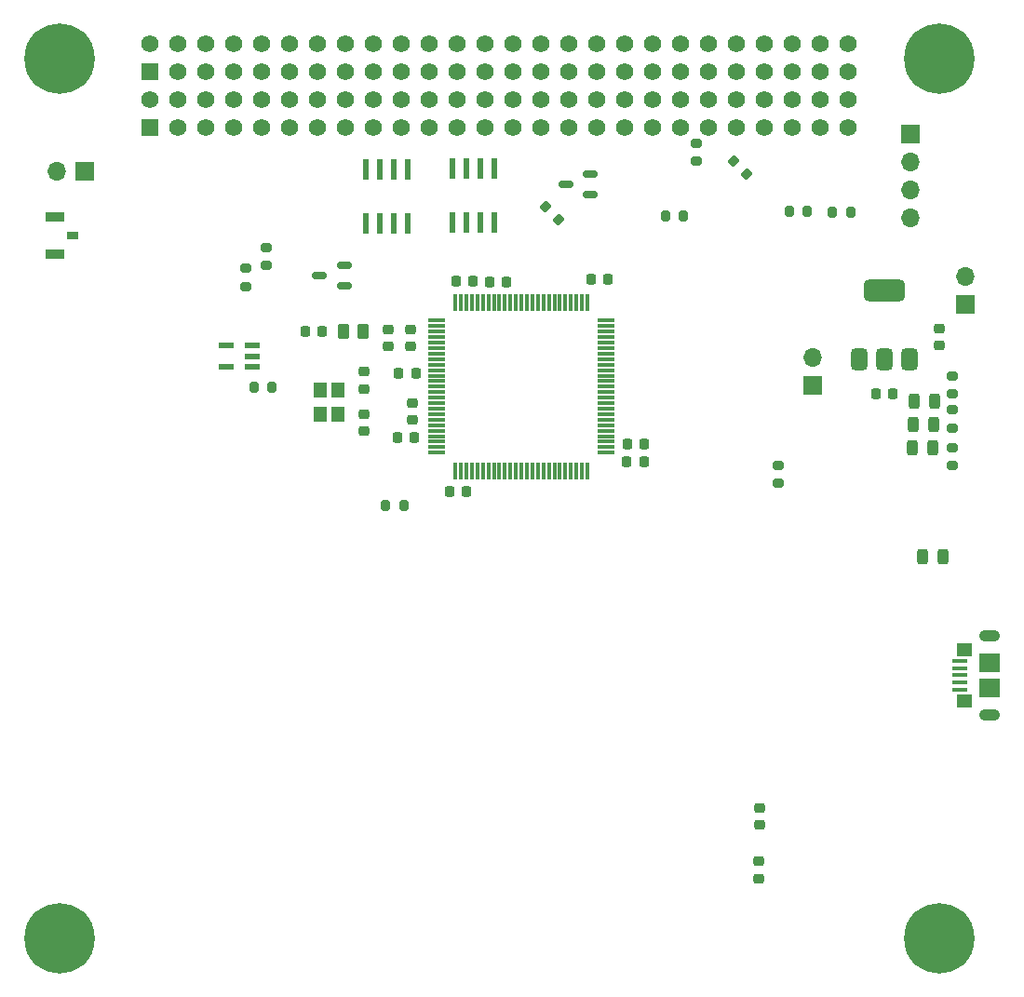
<source format=gbr>
%TF.GenerationSoftware,KiCad,Pcbnew,8.0.5*%
%TF.CreationDate,2024-10-21T02:11:07+05:30*%
%TF.ProjectId,EPS_PDB,4550535f-5044-4422-9e6b-696361645f70,rev?*%
%TF.SameCoordinates,Original*%
%TF.FileFunction,Soldermask,Bot*%
%TF.FilePolarity,Negative*%
%FSLAX46Y46*%
G04 Gerber Fmt 4.6, Leading zero omitted, Abs format (unit mm)*
G04 Created by KiCad (PCBNEW 8.0.5) date 2024-10-21 02:11:07*
%MOMM*%
%LPD*%
G01*
G04 APERTURE LIST*
G04 Aperture macros list*
%AMRoundRect*
0 Rectangle with rounded corners*
0 $1 Rounding radius*
0 $2 $3 $4 $5 $6 $7 $8 $9 X,Y pos of 4 corners*
0 Add a 4 corners polygon primitive as box body*
4,1,4,$2,$3,$4,$5,$6,$7,$8,$9,$2,$3,0*
0 Add four circle primitives for the rounded corners*
1,1,$1+$1,$2,$3*
1,1,$1+$1,$4,$5*
1,1,$1+$1,$6,$7*
1,1,$1+$1,$8,$9*
0 Add four rect primitives between the rounded corners*
20,1,$1+$1,$2,$3,$4,$5,0*
20,1,$1+$1,$4,$5,$6,$7,0*
20,1,$1+$1,$6,$7,$8,$9,0*
20,1,$1+$1,$8,$9,$2,$3,0*%
G04 Aperture macros list end*
%ADD10C,6.400000*%
%ADD11RoundRect,0.102000X-0.685000X-0.685000X0.685000X-0.685000X0.685000X0.685000X-0.685000X0.685000X0*%
%ADD12C,1.574000*%
%ADD13R,1.700000X1.700000*%
%ADD14O,1.700000X1.700000*%
%ADD15RoundRect,0.200000X0.275000X-0.200000X0.275000X0.200000X-0.275000X0.200000X-0.275000X-0.200000X0*%
%ADD16R,0.558800X1.981200*%
%ADD17RoundRect,0.225000X0.250000X-0.225000X0.250000X0.225000X-0.250000X0.225000X-0.250000X-0.225000X0*%
%ADD18RoundRect,0.225000X-0.225000X-0.250000X0.225000X-0.250000X0.225000X0.250000X-0.225000X0.250000X0*%
%ADD19RoundRect,0.200000X-0.275000X0.200000X-0.275000X-0.200000X0.275000X-0.200000X0.275000X0.200000X0*%
%ADD20RoundRect,0.200000X0.200000X0.275000X-0.200000X0.275000X-0.200000X-0.275000X0.200000X-0.275000X0*%
%ADD21RoundRect,0.225000X0.225000X0.250000X-0.225000X0.250000X-0.225000X-0.250000X0.225000X-0.250000X0*%
%ADD22RoundRect,0.075000X-0.725000X-0.075000X0.725000X-0.075000X0.725000X0.075000X-0.725000X0.075000X0*%
%ADD23RoundRect,0.075000X-0.075000X-0.725000X0.075000X-0.725000X0.075000X0.725000X-0.075000X0.725000X0*%
%ADD24R,1.473200X0.558800*%
%ADD25RoundRect,0.225000X-0.250000X0.225000X-0.250000X-0.225000X0.250000X-0.225000X0.250000X0.225000X0*%
%ADD26RoundRect,0.200000X-0.200000X-0.275000X0.200000X-0.275000X0.200000X0.275000X-0.200000X0.275000X0*%
%ADD27RoundRect,0.243750X-0.243750X-0.456250X0.243750X-0.456250X0.243750X0.456250X-0.243750X0.456250X0*%
%ADD28RoundRect,0.150000X0.512500X0.150000X-0.512500X0.150000X-0.512500X-0.150000X0.512500X-0.150000X0*%
%ADD29RoundRect,0.243750X0.243750X0.456250X-0.243750X0.456250X-0.243750X-0.456250X0.243750X-0.456250X0*%
%ADD30R,1.400000X0.400000*%
%ADD31O,1.900000X1.050000*%
%ADD32R,1.450000X1.150000*%
%ADD33R,1.900000X1.750000*%
%ADD34RoundRect,0.200000X0.335876X0.053033X0.053033X0.335876X-0.335876X-0.053033X-0.053033X-0.335876X0*%
%ADD35RoundRect,0.250000X0.262500X0.450000X-0.262500X0.450000X-0.262500X-0.450000X0.262500X-0.450000X0*%
%ADD36R,1.200000X1.400000*%
%ADD37RoundRect,0.375000X0.375000X-0.625000X0.375000X0.625000X-0.375000X0.625000X-0.375000X-0.625000X0*%
%ADD38RoundRect,0.500000X1.400000X-0.500000X1.400000X0.500000X-1.400000X0.500000X-1.400000X-0.500000X0*%
%ADD39R,1.700000X0.900000*%
%ADD40R,1.100000X0.800000*%
G04 APERTURE END LIST*
D10*
%TO.C,H4*%
X119282000Y-132690000D03*
%TD*%
D11*
%TO.C,J4*%
X127532000Y-53880000D03*
D12*
X127532000Y-51340000D03*
X130072000Y-53880000D03*
X130072000Y-51340000D03*
X132612000Y-53880000D03*
X132612000Y-51340000D03*
X135152000Y-53880000D03*
X135152000Y-51340000D03*
X137692000Y-53880000D03*
X137692000Y-51340000D03*
X140232000Y-53880000D03*
X140232000Y-51340000D03*
X142772000Y-53880000D03*
X142772000Y-51340000D03*
X145312000Y-53880000D03*
X145312000Y-51340000D03*
X147852000Y-53880000D03*
X147852000Y-51340000D03*
X150392000Y-53880000D03*
X150392000Y-51340000D03*
X152932000Y-53880000D03*
X152932000Y-51340000D03*
X155472000Y-53880000D03*
X155472000Y-51340000D03*
X158012000Y-53880000D03*
X158012000Y-51340000D03*
X160552000Y-53880000D03*
X160552000Y-51340000D03*
X163092000Y-53880000D03*
X163092000Y-51340000D03*
X165632000Y-53880000D03*
X165632000Y-51340000D03*
X168172000Y-53880000D03*
X168172000Y-51340000D03*
X170712000Y-53880000D03*
X170712000Y-51340000D03*
X173252000Y-53880000D03*
X173252000Y-51340000D03*
X175792000Y-53880000D03*
X175792000Y-51340000D03*
X178332000Y-53880000D03*
X178332000Y-51340000D03*
X180872000Y-53880000D03*
X180872000Y-51340000D03*
X183412000Y-53880000D03*
X183412000Y-51340000D03*
X185952000Y-53880000D03*
X185952000Y-51340000D03*
X188492000Y-53880000D03*
X188492000Y-51340000D03*
X191032000Y-53880000D03*
X191032000Y-51340000D03*
%TD*%
D10*
%TO.C,H3*%
X199282000Y-132690000D03*
%TD*%
D11*
%TO.C,J3*%
X127532000Y-58960000D03*
D12*
X127532000Y-56420000D03*
X130072000Y-58960000D03*
X130072000Y-56420000D03*
X132612000Y-58960000D03*
X132612000Y-56420000D03*
X135152000Y-58960000D03*
X135152000Y-56420000D03*
X137692000Y-58960000D03*
X137692000Y-56420000D03*
X140232000Y-58960000D03*
X140232000Y-56420000D03*
X142772000Y-58960000D03*
X142772000Y-56420000D03*
X145312000Y-58960000D03*
X145312000Y-56420000D03*
X147852000Y-58960000D03*
X147852000Y-56420000D03*
X150392000Y-58960000D03*
X150392000Y-56420000D03*
X152932000Y-58960000D03*
X152932000Y-56420000D03*
X155472000Y-58960000D03*
X155472000Y-56420000D03*
X158012000Y-58960000D03*
X158012000Y-56420000D03*
X160552000Y-58960000D03*
X160552000Y-56420000D03*
X163092000Y-58960000D03*
X163092000Y-56420000D03*
X165632000Y-58960000D03*
X165632000Y-56420000D03*
X168172000Y-58960000D03*
X168172000Y-56420000D03*
X170712000Y-58960000D03*
X170712000Y-56420000D03*
X173252000Y-58960000D03*
X173252000Y-56420000D03*
X175792000Y-58960000D03*
X175792000Y-56420000D03*
X178332000Y-58960000D03*
X178332000Y-56420000D03*
X180872000Y-58960000D03*
X180872000Y-56420000D03*
X183412000Y-58960000D03*
X183412000Y-56420000D03*
X185952000Y-58960000D03*
X185952000Y-56420000D03*
X188492000Y-58960000D03*
X188492000Y-56420000D03*
X191032000Y-58960000D03*
X191032000Y-56420000D03*
%TD*%
D10*
%TO.C,H2*%
X199282000Y-52690000D03*
%TD*%
D13*
%TO.C,JP1*%
X187792000Y-82435000D03*
D14*
X187792000Y-79895000D03*
%TD*%
D13*
%TO.C,J2*%
X196632000Y-59550001D03*
D14*
X196632000Y-62090001D03*
X196632000Y-64630000D03*
X196632000Y-67170001D03*
%TD*%
D10*
%TO.C,H1*%
X119282000Y-52690000D03*
%TD*%
D13*
%TO.C,JP2*%
X121592000Y-62940000D03*
D14*
X119052000Y-62940000D03*
%TD*%
D13*
%TO.C,JP3*%
X201682000Y-75090000D03*
D14*
X201682000Y-72550000D03*
%TD*%
D15*
%TO.C,R1*%
X200482000Y-86315000D03*
X200482000Y-84665000D03*
%TD*%
D16*
%TO.C,U2*%
X150947000Y-67693800D03*
X149677000Y-67693800D03*
X148407000Y-67693800D03*
X147137000Y-67693800D03*
X147137000Y-62766200D03*
X148407000Y-62766200D03*
X149677000Y-62766200D03*
X150947000Y-62766200D03*
%TD*%
D17*
%TO.C,C16*%
X146992000Y-82735000D03*
X146992000Y-81185000D03*
%TD*%
D18*
%TO.C,C10*%
X170887000Y-87790000D03*
X172437000Y-87790000D03*
%TD*%
%TO.C,C1*%
X193517000Y-83160000D03*
X195067000Y-83160000D03*
%TD*%
D19*
%TO.C,R23*%
X184632000Y-89665000D03*
X184632000Y-91315000D03*
%TD*%
D20*
%TO.C,R8*%
X191207000Y-66690000D03*
X189557000Y-66690000D03*
%TD*%
D21*
%TO.C,C13*%
X143167000Y-77535000D03*
X141617000Y-77535000D03*
%TD*%
D22*
%TO.C,U4*%
X153612000Y-88540000D03*
X153612000Y-88040000D03*
X153612000Y-87540000D03*
X153612000Y-87040000D03*
X153612000Y-86540000D03*
X153612000Y-86040000D03*
X153612000Y-85540000D03*
X153612000Y-85040000D03*
X153612000Y-84540000D03*
X153612000Y-84040000D03*
X153612000Y-83540000D03*
X153612000Y-83040000D03*
X153612000Y-82540000D03*
X153612000Y-82040000D03*
X153612000Y-81540000D03*
X153612000Y-81040000D03*
X153612000Y-80540000D03*
X153612000Y-80040000D03*
X153612000Y-79540000D03*
X153612000Y-79040000D03*
X153612000Y-78540000D03*
X153612000Y-78040000D03*
X153612000Y-77540000D03*
X153612000Y-77040000D03*
X153612000Y-76540000D03*
D23*
X155287000Y-74865000D03*
X155787000Y-74865000D03*
X156287000Y-74865000D03*
X156787000Y-74865000D03*
X157287000Y-74865000D03*
X157787000Y-74865000D03*
X158287000Y-74865000D03*
X158787000Y-74865000D03*
X159287000Y-74865000D03*
X159787000Y-74865000D03*
X160287000Y-74865000D03*
X160787000Y-74865000D03*
X161287000Y-74865000D03*
X161787000Y-74865000D03*
X162287000Y-74865000D03*
X162787000Y-74865000D03*
X163287000Y-74865000D03*
X163787000Y-74865000D03*
X164287000Y-74865000D03*
X164787000Y-74865000D03*
X165287000Y-74865000D03*
X165787000Y-74865000D03*
X166287000Y-74865000D03*
X166787000Y-74865000D03*
X167287000Y-74865000D03*
D22*
X168962000Y-76540000D03*
X168962000Y-77040000D03*
X168962000Y-77540000D03*
X168962000Y-78040000D03*
X168962000Y-78540000D03*
X168962000Y-79040000D03*
X168962000Y-79540000D03*
X168962000Y-80040000D03*
X168962000Y-80540000D03*
X168962000Y-81040000D03*
X168962000Y-81540000D03*
X168962000Y-82040000D03*
X168962000Y-82540000D03*
X168962000Y-83040000D03*
X168962000Y-83540000D03*
X168962000Y-84040000D03*
X168962000Y-84540000D03*
X168962000Y-85040000D03*
X168962000Y-85540000D03*
X168962000Y-86040000D03*
X168962000Y-86540000D03*
X168962000Y-87040000D03*
X168962000Y-87540000D03*
X168962000Y-88040000D03*
X168962000Y-88540000D03*
D23*
X167287000Y-90215000D03*
X166787000Y-90215000D03*
X166287000Y-90215000D03*
X165787000Y-90215000D03*
X165287000Y-90215000D03*
X164787000Y-90215000D03*
X164287000Y-90215000D03*
X163787000Y-90215000D03*
X163287000Y-90215000D03*
X162787000Y-90215000D03*
X162287000Y-90215000D03*
X161787000Y-90215000D03*
X161287000Y-90215000D03*
X160787000Y-90215000D03*
X160287000Y-90215000D03*
X159787000Y-90215000D03*
X159287000Y-90215000D03*
X158787000Y-90215000D03*
X158287000Y-90215000D03*
X157787000Y-90215000D03*
X157287000Y-90215000D03*
X156787000Y-90215000D03*
X156287000Y-90215000D03*
X155787000Y-90215000D03*
X155287000Y-90215000D03*
%TD*%
D24*
%TO.C,U5*%
X136785800Y-78809999D03*
X136785800Y-79760000D03*
X136785800Y-80710001D03*
X134398200Y-80710001D03*
X134398200Y-78809999D03*
%TD*%
D25*
%TO.C,C5*%
X151382000Y-84015000D03*
X151382000Y-85565000D03*
%TD*%
D21*
%TO.C,C4*%
X151542000Y-87160000D03*
X149992000Y-87160000D03*
%TD*%
D26*
%TO.C,R5*%
X148937000Y-93320000D03*
X150587000Y-93320000D03*
%TD*%
D27*
%TO.C,D5*%
X197794499Y-97990000D03*
X199669501Y-97990000D03*
%TD*%
D17*
%TO.C,C28*%
X182832000Y-127265000D03*
X182832000Y-125715000D03*
%TD*%
D28*
%TO.C,Q1*%
X145182000Y-71490002D03*
X145182000Y-73390000D03*
X142907000Y-72440001D03*
%TD*%
D25*
%TO.C,C24*%
X182932000Y-120865000D03*
X182932000Y-122415000D03*
%TD*%
D20*
%TO.C,R7*%
X176032000Y-67040000D03*
X174382000Y-67040000D03*
%TD*%
D28*
%TO.C,Q2*%
X167582000Y-63190002D03*
X167582000Y-65090000D03*
X165307000Y-64140001D03*
%TD*%
D29*
%TO.C,3V3_LED*%
X198757002Y-85990000D03*
X196882000Y-85990000D03*
%TD*%
D25*
%TO.C,C2*%
X199282000Y-77240000D03*
X199282000Y-78790000D03*
%TD*%
D30*
%TO.C,J1*%
X201182000Y-107490000D03*
X201182000Y-108140000D03*
X201182000Y-108790000D03*
X201182000Y-109440000D03*
X201182000Y-110090000D03*
D31*
X203832000Y-105215000D03*
D32*
X201602000Y-106470000D03*
D33*
X203832000Y-107665000D03*
X203832000Y-109915000D03*
D32*
X201602000Y-111110000D03*
D31*
X203832000Y-112365000D03*
%TD*%
D34*
%TO.C,R6*%
X164665363Y-67373363D03*
X163498637Y-66206637D03*
%TD*%
D19*
%TO.C,R12*%
X200482000Y-88065000D03*
X200482000Y-89715000D03*
%TD*%
%TO.C,R3*%
X138082000Y-69865000D03*
X138082000Y-71515000D03*
%TD*%
D35*
%TO.C,120R1*%
X146904500Y-77535000D03*
X145079500Y-77535000D03*
%TD*%
D15*
%TO.C,R2*%
X200482000Y-83190000D03*
X200482000Y-81540000D03*
%TD*%
D34*
%TO.C,R11*%
X181782000Y-63190000D03*
X180615274Y-62023274D03*
%TD*%
D29*
%TO.C,5V_LED*%
X198857002Y-83890000D03*
X196982000Y-83890000D03*
%TD*%
%TO.C,HEARTBEAT*%
X198719501Y-88090000D03*
X196844499Y-88090000D03*
%TD*%
D26*
%TO.C,R9*%
X185632000Y-66590000D03*
X187282000Y-66590000D03*
%TD*%
D25*
%TO.C,C12*%
X149192000Y-77360000D03*
X149192000Y-78910000D03*
%TD*%
D26*
%TO.C,R13*%
X136967000Y-82560000D03*
X138617000Y-82560000D03*
%TD*%
D36*
%TO.C,Y1*%
X142992000Y-85060000D03*
X142992000Y-82860000D03*
X144592000Y-82860000D03*
X144592000Y-85060000D03*
%TD*%
D37*
%TO.C,U1*%
X196592000Y-80060000D03*
X194292000Y-80059999D03*
D38*
X194292000Y-73760001D03*
D37*
X191992000Y-80060000D03*
%TD*%
D18*
%TO.C,C9*%
X154767000Y-92050000D03*
X156317000Y-92050000D03*
%TD*%
D21*
%TO.C,C7*%
X169167000Y-72760000D03*
X167617000Y-72760000D03*
%TD*%
D15*
%TO.C,R4*%
X136182000Y-73440000D03*
X136182000Y-71790000D03*
%TD*%
D25*
%TO.C,C15*%
X146992000Y-85060000D03*
X146992000Y-86610000D03*
%TD*%
D18*
%TO.C,C3*%
X158407000Y-72990000D03*
X159957000Y-72990000D03*
%TD*%
D39*
%TO.C,SW1*%
X118852000Y-67120000D03*
X118852000Y-70520000D03*
D40*
X120492000Y-68820000D03*
%TD*%
D18*
%TO.C,C8*%
X170862000Y-89390000D03*
X172412000Y-89390000D03*
%TD*%
D21*
%TO.C,C6*%
X156867000Y-72970000D03*
X155317000Y-72970000D03*
%TD*%
D16*
%TO.C,U3*%
X158787000Y-67633800D03*
X157517000Y-67633800D03*
X156247000Y-67633800D03*
X154977000Y-67633800D03*
X154977000Y-62706200D03*
X156247000Y-62706200D03*
X157517000Y-62706200D03*
X158787000Y-62706200D03*
%TD*%
D21*
%TO.C,C14*%
X151687000Y-81330000D03*
X150137000Y-81330000D03*
%TD*%
D19*
%TO.C,R10*%
X177182000Y-60390000D03*
X177182000Y-62040000D03*
%TD*%
D25*
%TO.C,C11*%
X151192000Y-77360000D03*
X151192000Y-78910000D03*
%TD*%
M02*

</source>
